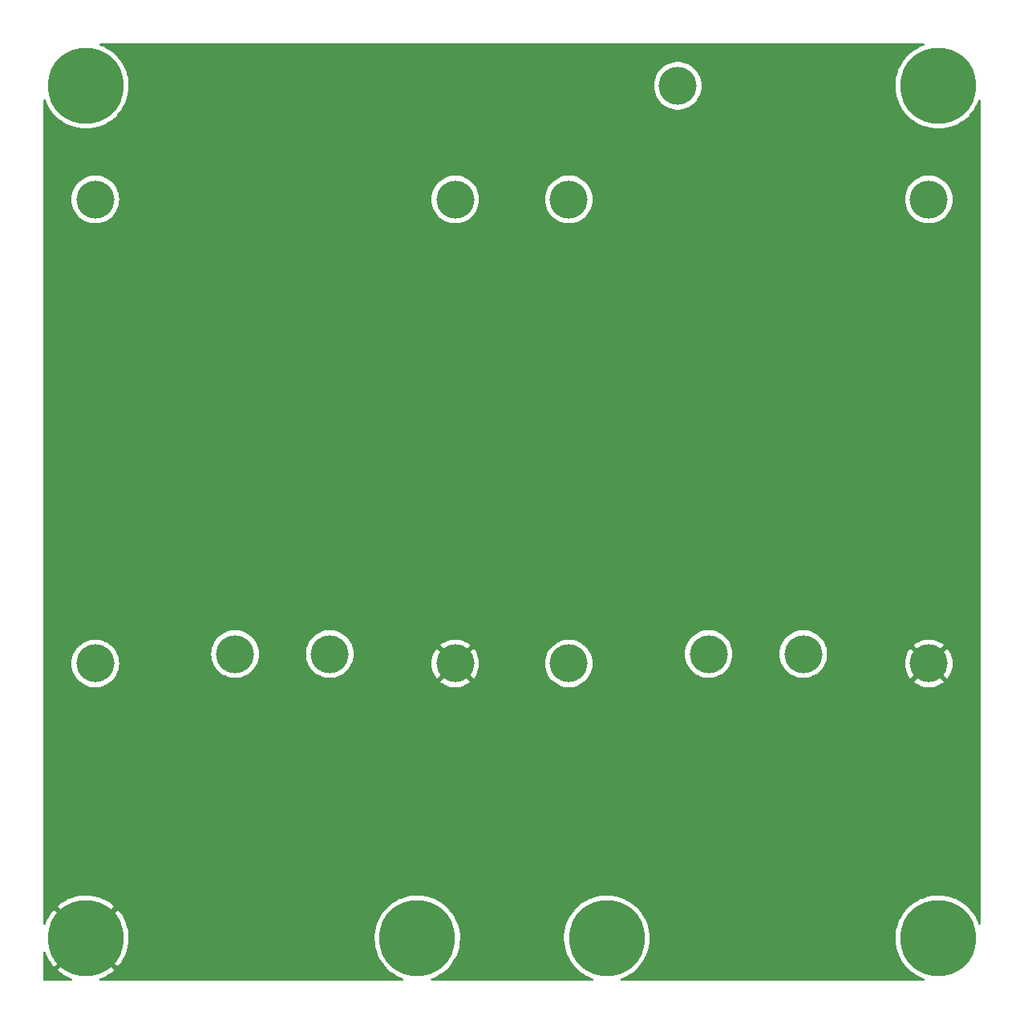
<source format=gbr>
%TF.GenerationSoftware,KiCad,Pcbnew,(6.0.7)*%
%TF.CreationDate,2022-10-27T22:38:12-07:00*%
%TF.ProjectId,3s25ABMS,33733235-4142-44d5-932e-6b696361645f,1.0*%
%TF.SameCoordinates,Original*%
%TF.FileFunction,Copper,L2,Inr*%
%TF.FilePolarity,Positive*%
%FSLAX46Y46*%
G04 Gerber Fmt 4.6, Leading zero omitted, Abs format (unit mm)*
G04 Created by KiCad (PCBNEW (6.0.7)) date 2022-10-27 22:38:12*
%MOMM*%
%LPD*%
G01*
G04 APERTURE LIST*
%TA.AperFunction,ComponentPad*%
%ADD10C,4.000000*%
%TD*%
%TA.AperFunction,ComponentPad*%
%ADD11C,0.900000*%
%TD*%
%TA.AperFunction,ComponentPad*%
%ADD12C,8.000000*%
%TD*%
%TA.AperFunction,ViaPad*%
%ADD13C,4.000000*%
%TD*%
G04 APERTURE END LIST*
D10*
%TO.N,Net-(H6-Pad1)*%
%TO.C,U2*%
X120750000Y-115000000D03*
%TO.N,Net-(F4-Pad1)*%
X130750000Y-115000000D03*
%TO.N,B2*%
X144000000Y-67000000D03*
%TO.N,B-*%
X106000000Y-67000000D03*
%TO.N,B1*%
X106000000Y-116000000D03*
%TO.N,B+*%
X144000000Y-116000000D03*
%TD*%
D11*
%TO.N,B+*%
%TO.C,H1*%
X58000000Y-145000000D03*
X52000000Y-145000000D03*
X57121320Y-142878680D03*
D12*
X55000000Y-145000000D03*
D11*
X55000000Y-142000000D03*
X52878680Y-142878680D03*
X55000000Y-148000000D03*
X57121320Y-147121320D03*
X52878680Y-147121320D03*
%TD*%
%TO.N,Net-(F2-Pad2)*%
%TO.C,H2*%
X57121320Y-52878680D03*
X55000000Y-52000000D03*
X52878680Y-57121320D03*
X58000000Y-55000000D03*
X52000000Y-55000000D03*
X57121320Y-57121320D03*
X55000000Y-58000000D03*
D12*
X55000000Y-55000000D03*
D11*
X52878680Y-52878680D03*
%TD*%
D12*
%TO.N,Net-(F3-Pad2)*%
%TO.C,H5*%
X110000000Y-145000000D03*
D11*
X107878680Y-142878680D03*
X107000000Y-145000000D03*
X113000000Y-145000000D03*
X110000000Y-148000000D03*
X107878680Y-147121320D03*
X112121320Y-142878680D03*
X110000000Y-142000000D03*
X112121320Y-147121320D03*
%TD*%
%TO.N,Net-(H6-Pad1)*%
%TO.C,H6*%
X87878680Y-142878680D03*
D12*
X90000000Y-145000000D03*
D11*
X90000000Y-148000000D03*
X92121320Y-142878680D03*
X90000000Y-142000000D03*
X87878680Y-147121320D03*
X93000000Y-145000000D03*
X87000000Y-145000000D03*
X92121320Y-147121320D03*
%TD*%
%TO.N,B-*%
%TO.C,H4*%
X142878680Y-142878680D03*
D12*
X145000000Y-145000000D03*
D11*
X145000000Y-142000000D03*
X147121320Y-147121320D03*
X147121320Y-142878680D03*
X145000000Y-148000000D03*
X142000000Y-145000000D03*
X148000000Y-145000000D03*
X142878680Y-147121320D03*
%TD*%
%TO.N,Net-(F1-Pad2)*%
%TO.C,H3*%
X145000000Y-58000000D03*
X147121320Y-52878680D03*
X142878680Y-57121320D03*
X142000000Y-55000000D03*
D12*
X145000000Y-55000000D03*
D11*
X147121320Y-57121320D03*
X145000000Y-52000000D03*
X142878680Y-52878680D03*
X148000000Y-55000000D03*
%TD*%
D10*
%TO.N,B+*%
%TO.C,U1*%
X94000000Y-116000000D03*
%TO.N,B1*%
X56000000Y-116000000D03*
%TO.N,B-*%
X56000000Y-67000000D03*
%TO.N,B2*%
X94000000Y-67000000D03*
%TO.N,Net-(F3-Pad1)*%
X80750000Y-115000000D03*
%TO.N,Net-(H6-Pad1)*%
X70750000Y-115000000D03*
%TD*%
D13*
%TO.N,B1*%
X117500000Y-55000000D03*
%TD*%
%TA.AperFunction,Conductor*%
%TO.N,B+*%
G36*
X143502653Y-50528502D02*
G01*
X143549146Y-50582158D01*
X143559250Y-50652432D01*
X143529756Y-50717012D01*
X143481325Y-50751489D01*
X143135529Y-50889797D01*
X143132982Y-50891095D01*
X142773227Y-51074399D01*
X142773222Y-51074402D01*
X142770684Y-51075695D01*
X142424189Y-51293894D01*
X142098896Y-51542599D01*
X141797483Y-51819763D01*
X141522430Y-52123104D01*
X141276002Y-52450125D01*
X141060227Y-52798135D01*
X141058947Y-52800691D01*
X141058942Y-52800700D01*
X140949635Y-53018982D01*
X140876881Y-53164269D01*
X140875840Y-53166925D01*
X140875837Y-53166932D01*
X140785561Y-53397290D01*
X140727473Y-53545513D01*
X140726681Y-53548240D01*
X140726677Y-53548251D01*
X140656715Y-53789063D01*
X140613233Y-53938729D01*
X140535101Y-54340681D01*
X140493721Y-54748060D01*
X140489433Y-55157512D01*
X140489662Y-55160357D01*
X140489662Y-55160360D01*
X140517465Y-55505910D01*
X140522273Y-55565668D01*
X140591969Y-55969168D01*
X140697949Y-56364691D01*
X140698934Y-56367368D01*
X140828892Y-56720582D01*
X140839340Y-56748980D01*
X141014979Y-57118874D01*
X141016937Y-57122184D01*
X141193473Y-57420691D01*
X141223418Y-57471326D01*
X141462944Y-57803436D01*
X141731584Y-58112471D01*
X142027126Y-58395886D01*
X142029344Y-58397656D01*
X142029349Y-58397661D01*
X142187132Y-58523617D01*
X142347139Y-58651349D01*
X142349520Y-58652919D01*
X142639482Y-58844113D01*
X142688989Y-58876757D01*
X142691519Y-58878113D01*
X142691518Y-58878113D01*
X142998340Y-59042630D01*
X143049860Y-59070255D01*
X143426784Y-59230250D01*
X143429522Y-59231129D01*
X143813931Y-59354549D01*
X143813935Y-59354550D01*
X143816657Y-59355424D01*
X143819447Y-59356048D01*
X143819452Y-59356049D01*
X144213477Y-59444125D01*
X144213488Y-59444127D01*
X144216271Y-59444749D01*
X144622335Y-59497487D01*
X145031509Y-59513206D01*
X145034371Y-59513056D01*
X145034372Y-59513056D01*
X145437566Y-59491926D01*
X145437573Y-59491925D01*
X145440422Y-59491776D01*
X145443245Y-59491369D01*
X145443247Y-59491369D01*
X145842889Y-59433780D01*
X145842896Y-59433779D01*
X145845711Y-59433373D01*
X146244038Y-59338478D01*
X146246736Y-59337570D01*
X146246743Y-59337568D01*
X146629414Y-59208785D01*
X146629420Y-59208783D01*
X146632126Y-59207872D01*
X147006779Y-59042630D01*
X147364914Y-58844113D01*
X147703583Y-58613954D01*
X148019998Y-58354047D01*
X148022036Y-58352038D01*
X148022043Y-58352031D01*
X148267161Y-58110311D01*
X148311555Y-58066533D01*
X148317261Y-58059781D01*
X148574008Y-57755963D01*
X148574013Y-57755957D01*
X148575854Y-57753778D01*
X148747600Y-57508500D01*
X148809084Y-57420691D01*
X148810719Y-57418356D01*
X149014217Y-57063027D01*
X149015401Y-57060441D01*
X149183485Y-56693316D01*
X149183488Y-56693307D01*
X149184674Y-56690718D01*
X149246654Y-56514715D01*
X149288147Y-56457106D01*
X149354199Y-56431075D01*
X149423840Y-56444887D01*
X149474957Y-56494156D01*
X149491500Y-56556567D01*
X149491500Y-143438959D01*
X149471498Y-143507080D01*
X149417842Y-143553573D01*
X149347568Y-143563677D01*
X149282988Y-143534183D01*
X149245804Y-143478313D01*
X149220064Y-143400025D01*
X149220058Y-143400010D01*
X149219164Y-143397290D01*
X149056542Y-143021492D01*
X148933436Y-142795701D01*
X148861899Y-142664492D01*
X148861895Y-142664485D01*
X148860529Y-142661980D01*
X148780190Y-142541971D01*
X148634332Y-142324090D01*
X148634324Y-142324079D01*
X148632740Y-142321713D01*
X148375049Y-142003491D01*
X148370979Y-141999305D01*
X148091567Y-141711980D01*
X148091563Y-141711976D01*
X148089577Y-141709934D01*
X148087419Y-141708084D01*
X148087409Y-141708075D01*
X147780849Y-141445321D01*
X147780844Y-141445317D01*
X147778675Y-141443458D01*
X147776344Y-141441801D01*
X147776337Y-141441796D01*
X147570663Y-141295632D01*
X147444900Y-141206257D01*
X147267950Y-141103270D01*
X147093474Y-141001722D01*
X147093469Y-141001719D01*
X147091001Y-141000283D01*
X146856846Y-140891095D01*
X146722487Y-140828442D01*
X146722477Y-140828438D01*
X146719891Y-140827232D01*
X146717194Y-140826261D01*
X146337314Y-140689495D01*
X146337305Y-140689492D01*
X146334624Y-140688527D01*
X146072247Y-140620183D01*
X145941140Y-140586032D01*
X145941134Y-140586031D01*
X145938371Y-140585311D01*
X145534395Y-140518433D01*
X145531552Y-140518224D01*
X145531550Y-140518224D01*
X145128865Y-140488653D01*
X145126019Y-140488444D01*
X144956043Y-140491411D01*
X144719458Y-140495540D01*
X144719453Y-140495540D01*
X144716607Y-140495590D01*
X144713774Y-140495898D01*
X144713770Y-140495898D01*
X144384896Y-140531625D01*
X144309527Y-140539813D01*
X143908130Y-140620749D01*
X143905402Y-140621562D01*
X143905391Y-140621565D01*
X143675922Y-140689973D01*
X143515721Y-140737731D01*
X143513060Y-140738795D01*
X143513058Y-140738796D01*
X143288927Y-140828442D01*
X143135529Y-140889797D01*
X143132982Y-140891095D01*
X142773227Y-141074399D01*
X142773222Y-141074402D01*
X142770684Y-141075695D01*
X142768265Y-141077218D01*
X142768262Y-141077220D01*
X142597437Y-141184794D01*
X142424189Y-141293894D01*
X142098896Y-141542599D01*
X141797483Y-141819763D01*
X141522430Y-142123104D01*
X141276002Y-142450125D01*
X141060227Y-142798135D01*
X141058947Y-142800691D01*
X141058942Y-142800700D01*
X141058819Y-142800946D01*
X140876881Y-143164269D01*
X140875840Y-143166925D01*
X140875837Y-143166932D01*
X140746346Y-143497355D01*
X140727473Y-143545513D01*
X140726681Y-143548240D01*
X140726677Y-143548251D01*
X140656715Y-143789063D01*
X140613233Y-143938729D01*
X140535101Y-144340681D01*
X140493721Y-144748060D01*
X140489433Y-145157512D01*
X140489662Y-145160357D01*
X140489662Y-145160360D01*
X140517465Y-145505910D01*
X140522273Y-145565668D01*
X140591969Y-145969168D01*
X140697949Y-146364691D01*
X140698934Y-146367368D01*
X140817835Y-146690530D01*
X140839340Y-146748980D01*
X140840565Y-146751560D01*
X140840568Y-146751567D01*
X140845575Y-146762111D01*
X141014979Y-147118874D01*
X141016426Y-147121320D01*
X141193473Y-147420691D01*
X141223418Y-147471326D01*
X141225080Y-147473630D01*
X141225081Y-147473632D01*
X141461052Y-147800812D01*
X141462944Y-147803436D01*
X141731584Y-148112471D01*
X142027126Y-148395886D01*
X142029344Y-148397656D01*
X142029349Y-148397661D01*
X142187133Y-148523618D01*
X142347139Y-148651349D01*
X142349520Y-148652919D01*
X142640941Y-148845075D01*
X142688989Y-148876757D01*
X142691519Y-148878113D01*
X142691518Y-148878113D01*
X143046483Y-149068444D01*
X143049860Y-149070255D01*
X143426784Y-149230250D01*
X143429512Y-149231126D01*
X143429515Y-149231127D01*
X143445980Y-149236413D01*
X143474384Y-149245533D01*
X143533128Y-149285400D01*
X143560993Y-149350700D01*
X143549131Y-149420699D01*
X143501307Y-149473172D01*
X143435865Y-149491500D01*
X111558779Y-149491500D01*
X111490658Y-149471498D01*
X111444165Y-149417842D01*
X111434061Y-149347568D01*
X111463555Y-149282988D01*
X111518590Y-149246081D01*
X111520222Y-149245532D01*
X111570332Y-149228668D01*
X111629414Y-149208785D01*
X111629420Y-149208783D01*
X111632126Y-149207872D01*
X112006779Y-149042630D01*
X112364914Y-148844113D01*
X112703583Y-148613954D01*
X112992616Y-148376539D01*
X113017779Y-148355870D01*
X113017783Y-148355867D01*
X113019998Y-148354047D01*
X113022036Y-148352038D01*
X113022043Y-148352031D01*
X113267161Y-148110311D01*
X113311555Y-148066533D01*
X113368777Y-147998820D01*
X113574008Y-147755963D01*
X113574013Y-147755957D01*
X113575854Y-147753778D01*
X113810719Y-147418356D01*
X114014217Y-147063027D01*
X114156909Y-146751362D01*
X114183485Y-146693316D01*
X114183488Y-146693307D01*
X114184674Y-146690718D01*
X114320685Y-146304492D01*
X114321424Y-146301573D01*
X114420430Y-145910307D01*
X114420431Y-145910303D01*
X114421133Y-145907528D01*
X114485189Y-145503095D01*
X114512326Y-145094520D01*
X114513316Y-145000000D01*
X114494741Y-144590947D01*
X114439169Y-144185260D01*
X114347057Y-143786280D01*
X114341460Y-143769255D01*
X114220057Y-143400005D01*
X114220054Y-143399998D01*
X114219164Y-143397290D01*
X114056542Y-143021492D01*
X113933436Y-142795701D01*
X113861899Y-142664492D01*
X113861895Y-142664485D01*
X113860529Y-142661980D01*
X113780190Y-142541971D01*
X113634332Y-142324090D01*
X113634324Y-142324079D01*
X113632740Y-142321713D01*
X113375049Y-142003491D01*
X113370979Y-141999305D01*
X113091567Y-141711980D01*
X113091563Y-141711976D01*
X113089577Y-141709934D01*
X113087419Y-141708084D01*
X113087409Y-141708075D01*
X112780849Y-141445321D01*
X112780844Y-141445317D01*
X112778675Y-141443458D01*
X112776344Y-141441801D01*
X112776337Y-141441796D01*
X112570663Y-141295632D01*
X112444900Y-141206257D01*
X112267950Y-141103270D01*
X112093474Y-141001722D01*
X112093469Y-141001719D01*
X112091001Y-141000283D01*
X111856846Y-140891095D01*
X111722487Y-140828442D01*
X111722477Y-140828438D01*
X111719891Y-140827232D01*
X111717194Y-140826261D01*
X111337314Y-140689495D01*
X111337305Y-140689492D01*
X111334624Y-140688527D01*
X111072247Y-140620183D01*
X110941140Y-140586032D01*
X110941134Y-140586031D01*
X110938371Y-140585311D01*
X110534395Y-140518433D01*
X110531552Y-140518224D01*
X110531550Y-140518224D01*
X110128865Y-140488653D01*
X110126019Y-140488444D01*
X109956043Y-140491411D01*
X109719458Y-140495540D01*
X109719453Y-140495540D01*
X109716607Y-140495590D01*
X109713774Y-140495898D01*
X109713770Y-140495898D01*
X109384896Y-140531625D01*
X109309527Y-140539813D01*
X108908130Y-140620749D01*
X108905402Y-140621562D01*
X108905391Y-140621565D01*
X108675922Y-140689973D01*
X108515721Y-140737731D01*
X108513060Y-140738795D01*
X108513058Y-140738796D01*
X108288927Y-140828442D01*
X108135529Y-140889797D01*
X108132982Y-140891095D01*
X107773227Y-141074399D01*
X107773222Y-141074402D01*
X107770684Y-141075695D01*
X107768265Y-141077218D01*
X107768262Y-141077220D01*
X107597437Y-141184794D01*
X107424189Y-141293894D01*
X107098896Y-141542599D01*
X106797483Y-141819763D01*
X106522430Y-142123104D01*
X106276002Y-142450125D01*
X106060227Y-142798135D01*
X106058947Y-142800691D01*
X106058942Y-142800700D01*
X106058819Y-142800946D01*
X105876881Y-143164269D01*
X105875840Y-143166925D01*
X105875837Y-143166932D01*
X105746346Y-143497355D01*
X105727473Y-143545513D01*
X105726681Y-143548240D01*
X105726677Y-143548251D01*
X105656715Y-143789063D01*
X105613233Y-143938729D01*
X105535101Y-144340681D01*
X105493721Y-144748060D01*
X105489433Y-145157512D01*
X105489662Y-145160357D01*
X105489662Y-145160360D01*
X105517465Y-145505910D01*
X105522273Y-145565668D01*
X105591969Y-145969168D01*
X105697949Y-146364691D01*
X105698934Y-146367368D01*
X105817835Y-146690530D01*
X105839340Y-146748980D01*
X105840565Y-146751560D01*
X105840568Y-146751567D01*
X105845575Y-146762111D01*
X106014979Y-147118874D01*
X106016426Y-147121320D01*
X106193473Y-147420691D01*
X106223418Y-147471326D01*
X106225080Y-147473630D01*
X106225081Y-147473632D01*
X106461052Y-147800812D01*
X106462944Y-147803436D01*
X106731584Y-148112471D01*
X107027126Y-148395886D01*
X107029344Y-148397656D01*
X107029349Y-148397661D01*
X107187133Y-148523618D01*
X107347139Y-148651349D01*
X107349520Y-148652919D01*
X107640941Y-148845075D01*
X107688989Y-148876757D01*
X107691519Y-148878113D01*
X107691518Y-148878113D01*
X108046483Y-149068444D01*
X108049860Y-149070255D01*
X108426784Y-149230250D01*
X108429512Y-149231126D01*
X108429515Y-149231127D01*
X108445980Y-149236413D01*
X108474384Y-149245533D01*
X108533128Y-149285400D01*
X108560993Y-149350700D01*
X108549131Y-149420699D01*
X108501307Y-149473172D01*
X108435865Y-149491500D01*
X91558779Y-149491500D01*
X91490658Y-149471498D01*
X91444165Y-149417842D01*
X91434061Y-149347568D01*
X91463555Y-149282988D01*
X91518590Y-149246081D01*
X91520222Y-149245532D01*
X91570332Y-149228668D01*
X91629414Y-149208785D01*
X91629420Y-149208783D01*
X91632126Y-149207872D01*
X92006779Y-149042630D01*
X92364914Y-148844113D01*
X92703583Y-148613954D01*
X92992616Y-148376539D01*
X93017779Y-148355870D01*
X93017783Y-148355867D01*
X93019998Y-148354047D01*
X93022036Y-148352038D01*
X93022043Y-148352031D01*
X93267161Y-148110311D01*
X93311555Y-148066533D01*
X93368777Y-147998820D01*
X93574008Y-147755963D01*
X93574013Y-147755957D01*
X93575854Y-147753778D01*
X93810719Y-147418356D01*
X94014217Y-147063027D01*
X94156909Y-146751362D01*
X94183485Y-146693316D01*
X94183488Y-146693307D01*
X94184674Y-146690718D01*
X94320685Y-146304492D01*
X94321424Y-146301573D01*
X94420430Y-145910307D01*
X94420431Y-145910303D01*
X94421133Y-145907528D01*
X94485189Y-145503095D01*
X94512326Y-145094520D01*
X94513316Y-145000000D01*
X94494741Y-144590947D01*
X94439169Y-144185260D01*
X94347057Y-143786280D01*
X94341460Y-143769255D01*
X94220057Y-143400005D01*
X94220054Y-143399998D01*
X94219164Y-143397290D01*
X94056542Y-143021492D01*
X93933436Y-142795701D01*
X93861899Y-142664492D01*
X93861895Y-142664485D01*
X93860529Y-142661980D01*
X93780190Y-142541971D01*
X93634332Y-142324090D01*
X93634324Y-142324079D01*
X93632740Y-142321713D01*
X93375049Y-142003491D01*
X93370979Y-141999305D01*
X93091567Y-141711980D01*
X93091563Y-141711976D01*
X93089577Y-141709934D01*
X93087419Y-141708084D01*
X93087409Y-141708075D01*
X92780849Y-141445321D01*
X92780844Y-141445317D01*
X92778675Y-141443458D01*
X92776344Y-141441801D01*
X92776337Y-141441796D01*
X92570663Y-141295632D01*
X92444900Y-141206257D01*
X92267950Y-141103270D01*
X92093474Y-141001722D01*
X92093469Y-141001719D01*
X92091001Y-141000283D01*
X91856846Y-140891095D01*
X91722487Y-140828442D01*
X91722477Y-140828438D01*
X91719891Y-140827232D01*
X91717194Y-140826261D01*
X91337314Y-140689495D01*
X91337305Y-140689492D01*
X91334624Y-140688527D01*
X91072247Y-140620183D01*
X90941140Y-140586032D01*
X90941134Y-140586031D01*
X90938371Y-140585311D01*
X90534395Y-140518433D01*
X90531552Y-140518224D01*
X90531550Y-140518224D01*
X90128865Y-140488653D01*
X90126019Y-140488444D01*
X89956043Y-140491411D01*
X89719458Y-140495540D01*
X89719453Y-140495540D01*
X89716607Y-140495590D01*
X89713774Y-140495898D01*
X89713770Y-140495898D01*
X89384896Y-140531625D01*
X89309527Y-140539813D01*
X88908130Y-140620749D01*
X88905402Y-140621562D01*
X88905391Y-140621565D01*
X88675922Y-140689973D01*
X88515721Y-140737731D01*
X88513060Y-140738795D01*
X88513058Y-140738796D01*
X88288927Y-140828442D01*
X88135529Y-140889797D01*
X88132982Y-140891095D01*
X87773227Y-141074399D01*
X87773222Y-141074402D01*
X87770684Y-141075695D01*
X87768265Y-141077218D01*
X87768262Y-141077220D01*
X87597437Y-141184794D01*
X87424189Y-141293894D01*
X87098896Y-141542599D01*
X86797483Y-141819763D01*
X86522430Y-142123104D01*
X86276002Y-142450125D01*
X86060227Y-142798135D01*
X86058947Y-142800691D01*
X86058942Y-142800700D01*
X86058819Y-142800946D01*
X85876881Y-143164269D01*
X85875840Y-143166925D01*
X85875837Y-143166932D01*
X85746346Y-143497355D01*
X85727473Y-143545513D01*
X85726681Y-143548240D01*
X85726677Y-143548251D01*
X85656715Y-143789063D01*
X85613233Y-143938729D01*
X85535101Y-144340681D01*
X85493721Y-144748060D01*
X85489433Y-145157512D01*
X85489662Y-145160357D01*
X85489662Y-145160360D01*
X85517465Y-145505910D01*
X85522273Y-145565668D01*
X85591969Y-145969168D01*
X85697949Y-146364691D01*
X85698934Y-146367368D01*
X85817835Y-146690530D01*
X85839340Y-146748980D01*
X85840565Y-146751560D01*
X85840568Y-146751567D01*
X85845575Y-146762111D01*
X86014979Y-147118874D01*
X86016426Y-147121320D01*
X86193473Y-147420691D01*
X86223418Y-147471326D01*
X86225080Y-147473630D01*
X86225081Y-147473632D01*
X86461052Y-147800812D01*
X86462944Y-147803436D01*
X86731584Y-148112471D01*
X87027126Y-148395886D01*
X87029344Y-148397656D01*
X87029349Y-148397661D01*
X87187133Y-148523618D01*
X87347139Y-148651349D01*
X87349520Y-148652919D01*
X87640941Y-148845075D01*
X87688989Y-148876757D01*
X87691519Y-148878113D01*
X87691518Y-148878113D01*
X88046483Y-149068444D01*
X88049860Y-149070255D01*
X88426784Y-149230250D01*
X88429512Y-149231126D01*
X88429515Y-149231127D01*
X88445980Y-149236413D01*
X88474384Y-149245533D01*
X88533128Y-149285400D01*
X88560993Y-149350700D01*
X88549131Y-149420699D01*
X88501307Y-149473172D01*
X88435865Y-149491500D01*
X56557210Y-149491500D01*
X56489089Y-149471498D01*
X56442596Y-149417842D01*
X56432492Y-149347568D01*
X56461986Y-149282988D01*
X56517021Y-149246081D01*
X56629233Y-149208318D01*
X56634563Y-149206250D01*
X57003946Y-149043332D01*
X57009053Y-149040797D01*
X57362145Y-148845075D01*
X57367024Y-148842074D01*
X57700898Y-148615174D01*
X57705511Y-148611723D01*
X57991829Y-148376539D01*
X58000290Y-148364106D01*
X57994040Y-148353250D01*
X57647408Y-148006618D01*
X56762111Y-147121320D01*
X56236023Y-146595233D01*
X55012812Y-145372022D01*
X54998868Y-145364408D01*
X54997035Y-145364539D01*
X54990420Y-145368790D01*
X53763978Y-146595232D01*
X52878680Y-147480529D01*
X52352593Y-148006617D01*
X52007723Y-148351487D01*
X52000109Y-148365431D01*
X52000190Y-148366564D01*
X52005168Y-148374136D01*
X52025401Y-148393539D01*
X52029678Y-148397283D01*
X52345218Y-148649175D01*
X52349801Y-148652505D01*
X52686867Y-148874759D01*
X52691763Y-148877677D01*
X53047543Y-149068444D01*
X53052717Y-149070923D01*
X53424339Y-149228668D01*
X53429680Y-149230654D01*
X53476020Y-149245532D01*
X53534766Y-149285400D01*
X53562631Y-149350700D01*
X53550769Y-149420699D01*
X53502945Y-149473172D01*
X53437503Y-149491500D01*
X50634500Y-149491500D01*
X50566379Y-149471498D01*
X50519886Y-149417842D01*
X50508500Y-149365500D01*
X50508500Y-146555692D01*
X50528502Y-146487571D01*
X50582158Y-146441078D01*
X50652432Y-146430974D01*
X50717012Y-146460468D01*
X50752750Y-146512185D01*
X50838817Y-146746108D01*
X50841025Y-146751362D01*
X51014192Y-147116050D01*
X51016877Y-147121099D01*
X51222390Y-147468606D01*
X51225500Y-147473358D01*
X51461668Y-147800812D01*
X51465208Y-147805278D01*
X51625528Y-147989704D01*
X51638657Y-147998113D01*
X51648570Y-147992220D01*
X51993382Y-147647408D01*
X52878680Y-146762111D01*
X52950260Y-146690531D01*
X53404767Y-146236023D01*
X54627978Y-145012812D01*
X54634356Y-145001132D01*
X55364408Y-145001132D01*
X55364539Y-145002965D01*
X55368790Y-145009580D01*
X56595232Y-146236022D01*
X57049739Y-146690530D01*
X57121319Y-146762110D01*
X58006617Y-147647407D01*
X58350688Y-147991478D01*
X58364134Y-147998820D01*
X58373970Y-147991900D01*
X58573611Y-147755657D01*
X58577097Y-147751130D01*
X58808659Y-147420424D01*
X58811716Y-147415608D01*
X59012350Y-147065281D01*
X59014962Y-147060199D01*
X59183020Y-146693127D01*
X59185159Y-146687834D01*
X59319255Y-146307047D01*
X59320908Y-146301573D01*
X59419939Y-145910206D01*
X59421090Y-145904600D01*
X59484245Y-145505854D01*
X59484880Y-145500192D01*
X59511709Y-145096260D01*
X59511843Y-145092753D01*
X59512796Y-145001773D01*
X59512734Y-144998225D01*
X59494371Y-144593843D01*
X59493855Y-144588165D01*
X59439063Y-144188177D01*
X59438036Y-144182577D01*
X59347216Y-143789198D01*
X59345682Y-143783702D01*
X59219588Y-143400183D01*
X59217558Y-143394841D01*
X59057226Y-143024336D01*
X59054722Y-143019202D01*
X58861471Y-142664752D01*
X58858508Y-142659861D01*
X58633930Y-142324389D01*
X58630537Y-142319787D01*
X58376832Y-142006489D01*
X58363963Y-141999226D01*
X58362596Y-141999305D01*
X58355268Y-142003942D01*
X58006618Y-142352592D01*
X57121320Y-143237889D01*
X56595233Y-143763977D01*
X55372022Y-144987188D01*
X55364408Y-145001132D01*
X54634356Y-145001132D01*
X54635592Y-144998868D01*
X54635461Y-144997035D01*
X54631210Y-144990420D01*
X53404768Y-143763978D01*
X52519471Y-142878680D01*
X51993383Y-142352593D01*
X51650424Y-142009634D01*
X51636480Y-142002020D01*
X51636287Y-142002033D01*
X51627465Y-142008012D01*
X51524743Y-142121298D01*
X51521091Y-142125712D01*
X51278139Y-142448120D01*
X51274906Y-142452843D01*
X51062173Y-142795946D01*
X51059379Y-142800946D01*
X50878624Y-143161905D01*
X50876290Y-143167147D01*
X50751813Y-143484776D01*
X50708334Y-143540902D01*
X50641414Y-143564612D01*
X50572298Y-143548378D01*
X50522931Y-143497355D01*
X50508500Y-143438802D01*
X50508500Y-141638713D01*
X52001723Y-141638713D01*
X52001735Y-141639144D01*
X52007102Y-141647892D01*
X52352592Y-141993382D01*
X52809334Y-142450125D01*
X52878679Y-142519470D01*
X53763977Y-143404767D01*
X54987188Y-144627978D01*
X55001132Y-144635592D01*
X55002965Y-144635461D01*
X55009580Y-144631210D01*
X56236022Y-143404768D01*
X57121320Y-142519471D01*
X57190665Y-142450126D01*
X57647407Y-141993383D01*
X57990943Y-141649847D01*
X57998351Y-141636280D01*
X57991609Y-141626624D01*
X57780533Y-141445711D01*
X57776040Y-141442200D01*
X57446969Y-141208341D01*
X57442146Y-141205233D01*
X57093242Y-141002166D01*
X57088177Y-140999519D01*
X56722296Y-140828905D01*
X56717003Y-140826724D01*
X56337166Y-140689973D01*
X56331706Y-140688284D01*
X55941036Y-140586522D01*
X55935446Y-140585334D01*
X55537154Y-140519397D01*
X55531490Y-140518721D01*
X55128851Y-140489153D01*
X55123150Y-140488994D01*
X54719489Y-140496040D01*
X54713801Y-140496398D01*
X54312457Y-140539998D01*
X54306787Y-140540876D01*
X53911058Y-140620669D01*
X53905512Y-140622051D01*
X53518627Y-140737387D01*
X53513223Y-140739269D01*
X53138396Y-140889189D01*
X53133189Y-140891551D01*
X52773475Y-141074834D01*
X52768510Y-141077655D01*
X52426897Y-141292781D01*
X52422202Y-141296044D01*
X52101494Y-141541243D01*
X52097114Y-141544917D01*
X52009910Y-141625106D01*
X52001723Y-141638713D01*
X50508500Y-141638713D01*
X50508500Y-116000000D01*
X53486540Y-116000000D01*
X53506359Y-116315020D01*
X53565505Y-116625072D01*
X53663044Y-116925266D01*
X53664731Y-116928852D01*
X53664733Y-116928856D01*
X53795750Y-117207283D01*
X53795754Y-117207290D01*
X53797438Y-117210869D01*
X53966568Y-117477375D01*
X54167767Y-117720582D01*
X54397860Y-117936654D01*
X54653221Y-118122184D01*
X54656690Y-118124091D01*
X54656693Y-118124093D01*
X54926352Y-118272340D01*
X54929821Y-118274247D01*
X54933490Y-118275700D01*
X54933495Y-118275702D01*
X55218411Y-118388508D01*
X55223298Y-118390443D01*
X55529025Y-118468940D01*
X55842179Y-118508500D01*
X56157821Y-118508500D01*
X56470975Y-118468940D01*
X56776702Y-118390443D01*
X56781589Y-118388508D01*
X57066505Y-118275702D01*
X57066510Y-118275700D01*
X57070179Y-118274247D01*
X57073648Y-118272340D01*
X57343307Y-118124093D01*
X57343310Y-118124091D01*
X57346779Y-118122184D01*
X57589294Y-117945987D01*
X92418721Y-117945987D01*
X92427548Y-117957605D01*
X92650281Y-118119430D01*
X92656961Y-118123670D01*
X92926572Y-118271890D01*
X92933707Y-118275247D01*
X93219770Y-118388508D01*
X93227296Y-118390953D01*
X93525279Y-118467462D01*
X93533050Y-118468945D01*
X93838278Y-118507503D01*
X93846169Y-118508000D01*
X94153831Y-118508000D01*
X94161722Y-118507503D01*
X94466950Y-118468945D01*
X94474721Y-118467462D01*
X94772704Y-118390953D01*
X94780230Y-118388508D01*
X95066293Y-118275247D01*
X95073428Y-118271890D01*
X95343039Y-118123670D01*
X95349719Y-118119430D01*
X95572823Y-117957336D01*
X95581246Y-117946413D01*
X95574342Y-117933552D01*
X94012812Y-116372022D01*
X93998868Y-116364408D01*
X93997035Y-116364539D01*
X93990420Y-116368790D01*
X92425334Y-117933876D01*
X92418721Y-117945987D01*
X57589294Y-117945987D01*
X57602140Y-117936654D01*
X57832233Y-117720582D01*
X58033432Y-117477375D01*
X58202562Y-117210869D01*
X58204246Y-117207290D01*
X58204250Y-117207283D01*
X58335267Y-116928856D01*
X58335269Y-116928852D01*
X58336956Y-116925266D01*
X58434495Y-116625072D01*
X58493641Y-116315020D01*
X58513460Y-116000000D01*
X58493641Y-115684980D01*
X58434495Y-115374928D01*
X58336956Y-115074734D01*
X58335267Y-115071144D01*
X58301789Y-115000000D01*
X68236540Y-115000000D01*
X68256359Y-115315020D01*
X68315505Y-115625072D01*
X68413044Y-115925266D01*
X68414731Y-115928852D01*
X68414733Y-115928856D01*
X68545750Y-116207283D01*
X68545754Y-116207290D01*
X68547438Y-116210869D01*
X68716568Y-116477375D01*
X68917767Y-116720582D01*
X69147860Y-116936654D01*
X69403221Y-117122184D01*
X69406690Y-117124091D01*
X69406693Y-117124093D01*
X69676352Y-117272340D01*
X69679821Y-117274247D01*
X69683490Y-117275700D01*
X69683495Y-117275702D01*
X69969628Y-117388990D01*
X69973298Y-117390443D01*
X70279025Y-117468940D01*
X70592179Y-117508500D01*
X70907821Y-117508500D01*
X71220975Y-117468940D01*
X71526702Y-117390443D01*
X71530372Y-117388990D01*
X71816505Y-117275702D01*
X71816510Y-117275700D01*
X71820179Y-117274247D01*
X71823648Y-117272340D01*
X72093307Y-117124093D01*
X72093310Y-117124091D01*
X72096779Y-117122184D01*
X72352140Y-116936654D01*
X72582233Y-116720582D01*
X72783432Y-116477375D01*
X72952562Y-116210869D01*
X72954246Y-116207290D01*
X72954250Y-116207283D01*
X73085267Y-115928856D01*
X73085269Y-115928852D01*
X73086956Y-115925266D01*
X73184495Y-115625072D01*
X73243641Y-115315020D01*
X73263460Y-115000000D01*
X78236540Y-115000000D01*
X78256359Y-115315020D01*
X78315505Y-115625072D01*
X78413044Y-115925266D01*
X78414731Y-115928852D01*
X78414733Y-115928856D01*
X78545750Y-116207283D01*
X78545754Y-116207290D01*
X78547438Y-116210869D01*
X78716568Y-116477375D01*
X78917767Y-116720582D01*
X79147860Y-116936654D01*
X79403221Y-117122184D01*
X79406690Y-117124091D01*
X79406693Y-117124093D01*
X79676352Y-117272340D01*
X79679821Y-117274247D01*
X79683490Y-117275700D01*
X79683495Y-117275702D01*
X79969628Y-117388990D01*
X79973298Y-117390443D01*
X80279025Y-117468940D01*
X80592179Y-117508500D01*
X80907821Y-117508500D01*
X81220975Y-117468940D01*
X81526702Y-117390443D01*
X81530372Y-117388990D01*
X81816505Y-117275702D01*
X81816510Y-117275700D01*
X81820179Y-117274247D01*
X81823648Y-117272340D01*
X82093307Y-117124093D01*
X82093310Y-117124091D01*
X82096779Y-117122184D01*
X82352140Y-116936654D01*
X82582233Y-116720582D01*
X82783432Y-116477375D01*
X82952562Y-116210869D01*
X82954246Y-116207290D01*
X82954250Y-116207283D01*
X83049927Y-116003958D01*
X91487290Y-116003958D01*
X91506607Y-116310994D01*
X91507600Y-116318855D01*
X91565246Y-116621046D01*
X91567217Y-116628723D01*
X91662284Y-116921309D01*
X91665199Y-116928672D01*
X91796189Y-117207041D01*
X91800001Y-117213974D01*
X91964851Y-117473736D01*
X91969495Y-117480129D01*
X92044497Y-117570790D01*
X92057014Y-117579245D01*
X92067752Y-117573038D01*
X93627978Y-116012812D01*
X93634356Y-116001132D01*
X94364408Y-116001132D01*
X94364539Y-116002965D01*
X94368790Y-116009580D01*
X95931145Y-117571935D01*
X95944407Y-117579177D01*
X95954512Y-117571988D01*
X96030505Y-117480129D01*
X96035149Y-117473736D01*
X96199999Y-117213974D01*
X96203811Y-117207041D01*
X96334801Y-116928672D01*
X96337716Y-116921309D01*
X96432783Y-116628723D01*
X96434754Y-116621046D01*
X96492400Y-116318855D01*
X96493393Y-116310994D01*
X96512710Y-116003958D01*
X96512710Y-116000000D01*
X103486540Y-116000000D01*
X103506359Y-116315020D01*
X103565505Y-116625072D01*
X103663044Y-116925266D01*
X103664731Y-116928852D01*
X103664733Y-116928856D01*
X103795750Y-117207283D01*
X103795754Y-117207290D01*
X103797438Y-117210869D01*
X103966568Y-117477375D01*
X104167767Y-117720582D01*
X104397860Y-117936654D01*
X104653221Y-118122184D01*
X104656690Y-118124091D01*
X104656693Y-118124093D01*
X104926352Y-118272340D01*
X104929821Y-118274247D01*
X104933490Y-118275700D01*
X104933495Y-118275702D01*
X105218411Y-118388508D01*
X105223298Y-118390443D01*
X105529025Y-118468940D01*
X105842179Y-118508500D01*
X106157821Y-118508500D01*
X106470975Y-118468940D01*
X106776702Y-118390443D01*
X106781589Y-118388508D01*
X107066505Y-118275702D01*
X107066510Y-118275700D01*
X107070179Y-118274247D01*
X107073648Y-118272340D01*
X107343307Y-118124093D01*
X107343310Y-118124091D01*
X107346779Y-118122184D01*
X107589294Y-117945987D01*
X142418721Y-117945987D01*
X142427548Y-117957605D01*
X142650281Y-118119430D01*
X142656961Y-118123670D01*
X142926572Y-118271890D01*
X142933707Y-118275247D01*
X143219770Y-118388508D01*
X143227296Y-118390953D01*
X143525279Y-118467462D01*
X143533050Y-118468945D01*
X143838278Y-118507503D01*
X143846169Y-118508000D01*
X144153831Y-118508000D01*
X144161722Y-118507503D01*
X144466950Y-118468945D01*
X144474721Y-118467462D01*
X144772704Y-118390953D01*
X144780230Y-118388508D01*
X145066293Y-118275247D01*
X145073428Y-118271890D01*
X145343039Y-118123670D01*
X145349719Y-118119430D01*
X145572823Y-117957336D01*
X145581246Y-117946413D01*
X145574342Y-117933552D01*
X144012812Y-116372022D01*
X143998868Y-116364408D01*
X143997035Y-116364539D01*
X143990420Y-116368790D01*
X142425334Y-117933876D01*
X142418721Y-117945987D01*
X107589294Y-117945987D01*
X107602140Y-117936654D01*
X107832233Y-117720582D01*
X108033432Y-117477375D01*
X108202562Y-117210869D01*
X108204246Y-117207290D01*
X108204250Y-117207283D01*
X108335267Y-116928856D01*
X108335269Y-116928852D01*
X108336956Y-116925266D01*
X108434495Y-116625072D01*
X108493641Y-116315020D01*
X108513460Y-116000000D01*
X108493641Y-115684980D01*
X108434495Y-115374928D01*
X108336956Y-115074734D01*
X108335267Y-115071144D01*
X108301789Y-115000000D01*
X118236540Y-115000000D01*
X118256359Y-115315020D01*
X118315505Y-115625072D01*
X118413044Y-115925266D01*
X118414731Y-115928852D01*
X118414733Y-115928856D01*
X118545750Y-116207283D01*
X118545754Y-116207290D01*
X118547438Y-116210869D01*
X118716568Y-116477375D01*
X118917767Y-116720582D01*
X119147860Y-116936654D01*
X119403221Y-117122184D01*
X119406690Y-117124091D01*
X119406693Y-117124093D01*
X119676352Y-117272340D01*
X119679821Y-117274247D01*
X119683490Y-117275700D01*
X119683495Y-117275702D01*
X119969628Y-117388990D01*
X119973298Y-117390443D01*
X120279025Y-117468940D01*
X120592179Y-117508500D01*
X120907821Y-117508500D01*
X121220975Y-117468940D01*
X121526702Y-117390443D01*
X121530372Y-117388990D01*
X121816505Y-117275702D01*
X121816510Y-117275700D01*
X121820179Y-117274247D01*
X121823648Y-117272340D01*
X122093307Y-117124093D01*
X122093310Y-117124091D01*
X122096779Y-117122184D01*
X122352140Y-116936654D01*
X122582233Y-116720582D01*
X122783432Y-116477375D01*
X122952562Y-116210869D01*
X122954246Y-116207290D01*
X122954250Y-116207283D01*
X123085267Y-115928856D01*
X123085269Y-115928852D01*
X123086956Y-115925266D01*
X123184495Y-115625072D01*
X123243641Y-115315020D01*
X123263460Y-115000000D01*
X128236540Y-115000000D01*
X128256359Y-115315020D01*
X128315505Y-115625072D01*
X128413044Y-115925266D01*
X128414731Y-115928852D01*
X128414733Y-115928856D01*
X128545750Y-116207283D01*
X128545754Y-116207290D01*
X128547438Y-116210869D01*
X128716568Y-116477375D01*
X128917767Y-116720582D01*
X129147860Y-116936654D01*
X129403221Y-117122184D01*
X129406690Y-117124091D01*
X129406693Y-117124093D01*
X129676352Y-117272340D01*
X129679821Y-117274247D01*
X129683490Y-117275700D01*
X129683495Y-117275702D01*
X129969628Y-117388990D01*
X129973298Y-117390443D01*
X130279025Y-117468940D01*
X130592179Y-117508500D01*
X130907821Y-117508500D01*
X131220975Y-117468940D01*
X131526702Y-117390443D01*
X131530372Y-117388990D01*
X131816505Y-117275702D01*
X131816510Y-117275700D01*
X131820179Y-117274247D01*
X131823648Y-117272340D01*
X132093307Y-117124093D01*
X132093310Y-117124091D01*
X132096779Y-117122184D01*
X132352140Y-116936654D01*
X132582233Y-116720582D01*
X132783432Y-116477375D01*
X132952562Y-116210869D01*
X132954246Y-116207290D01*
X132954250Y-116207283D01*
X133049927Y-116003958D01*
X141487290Y-116003958D01*
X141506607Y-116310994D01*
X141507600Y-116318855D01*
X141565246Y-116621046D01*
X141567217Y-116628723D01*
X141662284Y-116921309D01*
X141665199Y-116928672D01*
X141796189Y-117207041D01*
X141800001Y-117213974D01*
X141964851Y-117473736D01*
X141969495Y-117480129D01*
X142044497Y-117570790D01*
X142057014Y-117579245D01*
X142067752Y-117573038D01*
X143627978Y-116012812D01*
X143634356Y-116001132D01*
X144364408Y-116001132D01*
X144364539Y-116002965D01*
X144368790Y-116009580D01*
X145931145Y-117571935D01*
X145944407Y-117579177D01*
X145954512Y-117571988D01*
X146030505Y-117480129D01*
X146035149Y-117473736D01*
X146199999Y-117213974D01*
X146203811Y-117207041D01*
X146334801Y-116928672D01*
X146337716Y-116921309D01*
X146432783Y-116628723D01*
X146434754Y-116621046D01*
X146492400Y-116318855D01*
X146493393Y-116310994D01*
X146512710Y-116003958D01*
X146512710Y-115996042D01*
X146493393Y-115689006D01*
X146492400Y-115681145D01*
X146434754Y-115378954D01*
X146432783Y-115371277D01*
X146337716Y-115078691D01*
X146334801Y-115071328D01*
X146203811Y-114792959D01*
X146199999Y-114786026D01*
X146035149Y-114526264D01*
X146030505Y-114519871D01*
X145955503Y-114429210D01*
X145942986Y-114420755D01*
X145932248Y-114426962D01*
X144372022Y-115987188D01*
X144364408Y-116001132D01*
X143634356Y-116001132D01*
X143635592Y-115998868D01*
X143635461Y-115997035D01*
X143631210Y-115990420D01*
X142068855Y-114428065D01*
X142055593Y-114420823D01*
X142045488Y-114428012D01*
X141969495Y-114519871D01*
X141964851Y-114526264D01*
X141800001Y-114786026D01*
X141796189Y-114792959D01*
X141665199Y-115071328D01*
X141662284Y-115078691D01*
X141567217Y-115371277D01*
X141565246Y-115378954D01*
X141507600Y-115681145D01*
X141506607Y-115689006D01*
X141487290Y-115996042D01*
X141487290Y-116003958D01*
X133049927Y-116003958D01*
X133085267Y-115928856D01*
X133085269Y-115928852D01*
X133086956Y-115925266D01*
X133184495Y-115625072D01*
X133243641Y-115315020D01*
X133263460Y-115000000D01*
X133243641Y-114684980D01*
X133184495Y-114374928D01*
X133086956Y-114074734D01*
X133083057Y-114066448D01*
X133077005Y-114053587D01*
X142418754Y-114053587D01*
X142425658Y-114066448D01*
X143987188Y-115627978D01*
X144001132Y-115635592D01*
X144002965Y-115635461D01*
X144009580Y-115631210D01*
X145574666Y-114066124D01*
X145581279Y-114054013D01*
X145572452Y-114042395D01*
X145349719Y-113880570D01*
X145343039Y-113876330D01*
X145073428Y-113728110D01*
X145066293Y-113724753D01*
X144780230Y-113611492D01*
X144772704Y-113609047D01*
X144474721Y-113532538D01*
X144466950Y-113531055D01*
X144161722Y-113492497D01*
X144153831Y-113492000D01*
X143846169Y-113492000D01*
X143838278Y-113492497D01*
X143533050Y-113531055D01*
X143525279Y-113532538D01*
X143227296Y-113609047D01*
X143219770Y-113611492D01*
X142933707Y-113724753D01*
X142926572Y-113728110D01*
X142656961Y-113876330D01*
X142650281Y-113880570D01*
X142427177Y-114042664D01*
X142418754Y-114053587D01*
X133077005Y-114053587D01*
X132954250Y-113792717D01*
X132954246Y-113792710D01*
X132952562Y-113789131D01*
X132783432Y-113522625D01*
X132582233Y-113279418D01*
X132352140Y-113063346D01*
X132096779Y-112877816D01*
X131820179Y-112725753D01*
X131816510Y-112724300D01*
X131816505Y-112724298D01*
X131530372Y-112611010D01*
X131530371Y-112611010D01*
X131526702Y-112609557D01*
X131220975Y-112531060D01*
X130907821Y-112491500D01*
X130592179Y-112491500D01*
X130279025Y-112531060D01*
X129973298Y-112609557D01*
X129969629Y-112611010D01*
X129969628Y-112611010D01*
X129683495Y-112724298D01*
X129683490Y-112724300D01*
X129679821Y-112725753D01*
X129403221Y-112877816D01*
X129147860Y-113063346D01*
X128917767Y-113279418D01*
X128716568Y-113522625D01*
X128547438Y-113789131D01*
X128545754Y-113792710D01*
X128545750Y-113792717D01*
X128416943Y-114066448D01*
X128413044Y-114074734D01*
X128315505Y-114374928D01*
X128256359Y-114684980D01*
X128236540Y-115000000D01*
X123263460Y-115000000D01*
X123243641Y-114684980D01*
X123184495Y-114374928D01*
X123086956Y-114074734D01*
X123083057Y-114066448D01*
X122954250Y-113792717D01*
X122954246Y-113792710D01*
X122952562Y-113789131D01*
X122783432Y-113522625D01*
X122582233Y-113279418D01*
X122352140Y-113063346D01*
X122096779Y-112877816D01*
X121820179Y-112725753D01*
X121816510Y-112724300D01*
X121816505Y-112724298D01*
X121530372Y-112611010D01*
X121530371Y-112611010D01*
X121526702Y-112609557D01*
X121220975Y-112531060D01*
X120907821Y-112491500D01*
X120592179Y-112491500D01*
X120279025Y-112531060D01*
X119973298Y-112609557D01*
X119969629Y-112611010D01*
X119969628Y-112611010D01*
X119683495Y-112724298D01*
X119683490Y-112724300D01*
X119679821Y-112725753D01*
X119403221Y-112877816D01*
X119147860Y-113063346D01*
X118917767Y-113279418D01*
X118716568Y-113522625D01*
X118547438Y-113789131D01*
X118545754Y-113792710D01*
X118545750Y-113792717D01*
X118416943Y-114066448D01*
X118413044Y-114074734D01*
X118315505Y-114374928D01*
X118256359Y-114684980D01*
X118236540Y-115000000D01*
X108301789Y-115000000D01*
X108204250Y-114792717D01*
X108204246Y-114792710D01*
X108202562Y-114789131D01*
X108033432Y-114522625D01*
X107832233Y-114279418D01*
X107602140Y-114063346D01*
X107346779Y-113877816D01*
X107191986Y-113792717D01*
X107073648Y-113727660D01*
X107073647Y-113727659D01*
X107070179Y-113725753D01*
X107066510Y-113724300D01*
X107066505Y-113724298D01*
X106780372Y-113611010D01*
X106780371Y-113611010D01*
X106776702Y-113609557D01*
X106470975Y-113531060D01*
X106157821Y-113491500D01*
X105842179Y-113491500D01*
X105529025Y-113531060D01*
X105223298Y-113609557D01*
X105219629Y-113611010D01*
X105219628Y-113611010D01*
X104933495Y-113724298D01*
X104933490Y-113724300D01*
X104929821Y-113725753D01*
X104926353Y-113727659D01*
X104926352Y-113727660D01*
X104808015Y-113792717D01*
X104653221Y-113877816D01*
X104397860Y-114063346D01*
X104167767Y-114279418D01*
X103966568Y-114522625D01*
X103797438Y-114789131D01*
X103795754Y-114792710D01*
X103795750Y-114792717D01*
X103664733Y-115071144D01*
X103663044Y-115074734D01*
X103565505Y-115374928D01*
X103506359Y-115684980D01*
X103486540Y-116000000D01*
X96512710Y-116000000D01*
X96512710Y-115996042D01*
X96493393Y-115689006D01*
X96492400Y-115681145D01*
X96434754Y-115378954D01*
X96432783Y-115371277D01*
X96337716Y-115078691D01*
X96334801Y-115071328D01*
X96203811Y-114792959D01*
X96199999Y-114786026D01*
X96035149Y-114526264D01*
X96030505Y-114519871D01*
X95955503Y-114429210D01*
X95942986Y-114420755D01*
X95932248Y-114426962D01*
X94372022Y-115987188D01*
X94364408Y-116001132D01*
X93634356Y-116001132D01*
X93635592Y-115998868D01*
X93635461Y-115997035D01*
X93631210Y-115990420D01*
X92068855Y-114428065D01*
X92055593Y-114420823D01*
X92045488Y-114428012D01*
X91969495Y-114519871D01*
X91964851Y-114526264D01*
X91800001Y-114786026D01*
X91796189Y-114792959D01*
X91665199Y-115071328D01*
X91662284Y-115078691D01*
X91567217Y-115371277D01*
X91565246Y-115378954D01*
X91507600Y-115681145D01*
X91506607Y-115689006D01*
X91487290Y-115996042D01*
X91487290Y-116003958D01*
X83049927Y-116003958D01*
X83085267Y-115928856D01*
X83085269Y-115928852D01*
X83086956Y-115925266D01*
X83184495Y-115625072D01*
X83243641Y-115315020D01*
X83263460Y-115000000D01*
X83243641Y-114684980D01*
X83184495Y-114374928D01*
X83086956Y-114074734D01*
X83083057Y-114066448D01*
X83077005Y-114053587D01*
X92418754Y-114053587D01*
X92425658Y-114066448D01*
X93987188Y-115627978D01*
X94001132Y-115635592D01*
X94002965Y-115635461D01*
X94009580Y-115631210D01*
X95574666Y-114066124D01*
X95581279Y-114054013D01*
X95572452Y-114042395D01*
X95349719Y-113880570D01*
X95343039Y-113876330D01*
X95073428Y-113728110D01*
X95066293Y-113724753D01*
X94780230Y-113611492D01*
X94772704Y-113609047D01*
X94474721Y-113532538D01*
X94466950Y-113531055D01*
X94161722Y-113492497D01*
X94153831Y-113492000D01*
X93846169Y-113492000D01*
X93838278Y-113492497D01*
X93533050Y-113531055D01*
X93525279Y-113532538D01*
X93227296Y-113609047D01*
X93219770Y-113611492D01*
X92933707Y-113724753D01*
X92926572Y-113728110D01*
X92656961Y-113876330D01*
X92650281Y-113880570D01*
X92427177Y-114042664D01*
X92418754Y-114053587D01*
X83077005Y-114053587D01*
X82954250Y-113792717D01*
X82954246Y-113792710D01*
X82952562Y-113789131D01*
X82783432Y-113522625D01*
X82582233Y-113279418D01*
X82352140Y-113063346D01*
X82096779Y-112877816D01*
X81820179Y-112725753D01*
X81816510Y-112724300D01*
X81816505Y-112724298D01*
X81530372Y-112611010D01*
X81530371Y-112611010D01*
X81526702Y-112609557D01*
X81220975Y-112531060D01*
X80907821Y-112491500D01*
X80592179Y-112491500D01*
X80279025Y-112531060D01*
X79973298Y-112609557D01*
X79969629Y-112611010D01*
X79969628Y-112611010D01*
X79683495Y-112724298D01*
X79683490Y-112724300D01*
X79679821Y-112725753D01*
X79403221Y-112877816D01*
X79147860Y-113063346D01*
X78917767Y-113279418D01*
X78716568Y-113522625D01*
X78547438Y-113789131D01*
X78545754Y-113792710D01*
X78545750Y-113792717D01*
X78416943Y-114066448D01*
X78413044Y-114074734D01*
X78315505Y-114374928D01*
X78256359Y-114684980D01*
X78236540Y-115000000D01*
X73263460Y-115000000D01*
X73243641Y-114684980D01*
X73184495Y-114374928D01*
X73086956Y-114074734D01*
X73083057Y-114066448D01*
X72954250Y-113792717D01*
X72954246Y-113792710D01*
X72952562Y-113789131D01*
X72783432Y-113522625D01*
X72582233Y-113279418D01*
X72352140Y-113063346D01*
X72096779Y-112877816D01*
X71820179Y-112725753D01*
X71816510Y-112724300D01*
X71816505Y-112724298D01*
X71530372Y-112611010D01*
X71530371Y-112611010D01*
X71526702Y-112609557D01*
X71220975Y-112531060D01*
X70907821Y-112491500D01*
X70592179Y-112491500D01*
X70279025Y-112531060D01*
X69973298Y-112609557D01*
X69969629Y-112611010D01*
X69969628Y-112611010D01*
X69683495Y-112724298D01*
X69683490Y-112724300D01*
X69679821Y-112725753D01*
X69403221Y-112877816D01*
X69147860Y-113063346D01*
X68917767Y-113279418D01*
X68716568Y-113522625D01*
X68547438Y-113789131D01*
X68545754Y-113792710D01*
X68545750Y-113792717D01*
X68416943Y-114066448D01*
X68413044Y-114074734D01*
X68315505Y-114374928D01*
X68256359Y-114684980D01*
X68236540Y-115000000D01*
X58301789Y-115000000D01*
X58204250Y-114792717D01*
X58204246Y-114792710D01*
X58202562Y-114789131D01*
X58033432Y-114522625D01*
X57832233Y-114279418D01*
X57602140Y-114063346D01*
X57346779Y-113877816D01*
X57191986Y-113792717D01*
X57073648Y-113727660D01*
X57073647Y-113727659D01*
X57070179Y-113725753D01*
X57066510Y-113724300D01*
X57066505Y-113724298D01*
X56780372Y-113611010D01*
X56780371Y-113611010D01*
X56776702Y-113609557D01*
X56470975Y-113531060D01*
X56157821Y-113491500D01*
X55842179Y-113491500D01*
X55529025Y-113531060D01*
X55223298Y-113609557D01*
X55219629Y-113611010D01*
X55219628Y-113611010D01*
X54933495Y-113724298D01*
X54933490Y-113724300D01*
X54929821Y-113725753D01*
X54926353Y-113727659D01*
X54926352Y-113727660D01*
X54808015Y-113792717D01*
X54653221Y-113877816D01*
X54397860Y-114063346D01*
X54167767Y-114279418D01*
X53966568Y-114522625D01*
X53797438Y-114789131D01*
X53795754Y-114792710D01*
X53795750Y-114792717D01*
X53664733Y-115071144D01*
X53663044Y-115074734D01*
X53565505Y-115374928D01*
X53506359Y-115684980D01*
X53486540Y-116000000D01*
X50508500Y-116000000D01*
X50508500Y-67000000D01*
X53486540Y-67000000D01*
X53506359Y-67315020D01*
X53565505Y-67625072D01*
X53663044Y-67925266D01*
X53664731Y-67928852D01*
X53664733Y-67928856D01*
X53795750Y-68207283D01*
X53795754Y-68207290D01*
X53797438Y-68210869D01*
X53966568Y-68477375D01*
X54167767Y-68720582D01*
X54397860Y-68936654D01*
X54653221Y-69122184D01*
X54929821Y-69274247D01*
X54933490Y-69275700D01*
X54933495Y-69275702D01*
X55219628Y-69388990D01*
X55223298Y-69390443D01*
X55529025Y-69468940D01*
X55842179Y-69508500D01*
X56157821Y-69508500D01*
X56470975Y-69468940D01*
X56776702Y-69390443D01*
X56780372Y-69388990D01*
X57066505Y-69275702D01*
X57066510Y-69275700D01*
X57070179Y-69274247D01*
X57346779Y-69122184D01*
X57602140Y-68936654D01*
X57832233Y-68720582D01*
X58033432Y-68477375D01*
X58202562Y-68210869D01*
X58204246Y-68207290D01*
X58204250Y-68207283D01*
X58335267Y-67928856D01*
X58335269Y-67928852D01*
X58336956Y-67925266D01*
X58434495Y-67625072D01*
X58493641Y-67315020D01*
X58513460Y-67000000D01*
X91486540Y-67000000D01*
X91506359Y-67315020D01*
X91565505Y-67625072D01*
X91663044Y-67925266D01*
X91664731Y-67928852D01*
X91664733Y-67928856D01*
X91795750Y-68207283D01*
X91795754Y-68207290D01*
X91797438Y-68210869D01*
X91966568Y-68477375D01*
X92167767Y-68720582D01*
X92397860Y-68936654D01*
X92653221Y-69122184D01*
X92929821Y-69274247D01*
X92933490Y-69275700D01*
X92933495Y-69275702D01*
X93219628Y-69388990D01*
X93223298Y-69390443D01*
X93529025Y-69468940D01*
X93842179Y-69508500D01*
X94157821Y-69508500D01*
X94470975Y-69468940D01*
X94776702Y-69390443D01*
X94780372Y-69388990D01*
X95066505Y-69275702D01*
X95066510Y-69275700D01*
X95070179Y-69274247D01*
X95346779Y-69122184D01*
X95602140Y-68936654D01*
X95832233Y-68720582D01*
X96033432Y-68477375D01*
X96202562Y-68210869D01*
X96204246Y-68207290D01*
X96204250Y-68207283D01*
X96335267Y-67928856D01*
X96335269Y-67928852D01*
X96336956Y-67925266D01*
X96434495Y-67625072D01*
X96493641Y-67315020D01*
X96513460Y-67000000D01*
X103486540Y-67000000D01*
X103506359Y-67315020D01*
X103565505Y-67625072D01*
X103663044Y-67925266D01*
X103664731Y-67928852D01*
X103664733Y-67928856D01*
X103795750Y-68207283D01*
X103795754Y-68207290D01*
X103797438Y-68210869D01*
X103966568Y-68477375D01*
X104167767Y-68720582D01*
X104397860Y-68936654D01*
X104653221Y-69122184D01*
X104929821Y-69274247D01*
X104933490Y-69275700D01*
X104933495Y-69275702D01*
X105219628Y-69388990D01*
X105223298Y-69390443D01*
X105529025Y-69468940D01*
X105842179Y-69508500D01*
X106157821Y-69508500D01*
X106470975Y-69468940D01*
X106776702Y-69390443D01*
X106780372Y-69388990D01*
X107066505Y-69275702D01*
X107066510Y-69275700D01*
X107070179Y-69274247D01*
X107346779Y-69122184D01*
X107602140Y-68936654D01*
X107832233Y-68720582D01*
X108033432Y-68477375D01*
X108202562Y-68210869D01*
X108204246Y-68207290D01*
X108204250Y-68207283D01*
X108335267Y-67928856D01*
X108335269Y-67928852D01*
X108336956Y-67925266D01*
X108434495Y-67625072D01*
X108493641Y-67315020D01*
X108513460Y-67000000D01*
X141486540Y-67000000D01*
X141506359Y-67315020D01*
X141565505Y-67625072D01*
X141663044Y-67925266D01*
X141664731Y-67928852D01*
X141664733Y-67928856D01*
X141795750Y-68207283D01*
X141795754Y-68207290D01*
X141797438Y-68210869D01*
X141966568Y-68477375D01*
X142167767Y-68720582D01*
X142397860Y-68936654D01*
X142653221Y-69122184D01*
X142929821Y-69274247D01*
X142933490Y-69275700D01*
X142933495Y-69275702D01*
X143219628Y-69388990D01*
X143223298Y-69390443D01*
X143529025Y-69468940D01*
X143842179Y-69508500D01*
X144157821Y-69508500D01*
X144470975Y-69468940D01*
X144776702Y-69390443D01*
X144780372Y-69388990D01*
X145066505Y-69275702D01*
X145066510Y-69275700D01*
X145070179Y-69274247D01*
X145346779Y-69122184D01*
X145602140Y-68936654D01*
X145832233Y-68720582D01*
X146033432Y-68477375D01*
X146202562Y-68210869D01*
X146204246Y-68207290D01*
X146204250Y-68207283D01*
X146335267Y-67928856D01*
X146335269Y-67928852D01*
X146336956Y-67925266D01*
X146434495Y-67625072D01*
X146493641Y-67315020D01*
X146513460Y-67000000D01*
X146493641Y-66684980D01*
X146434495Y-66374928D01*
X146336956Y-66074734D01*
X146335267Y-66071144D01*
X146204250Y-65792717D01*
X146204246Y-65792710D01*
X146202562Y-65789131D01*
X146033432Y-65522625D01*
X145832233Y-65279418D01*
X145602140Y-65063346D01*
X145346779Y-64877816D01*
X145070179Y-64725753D01*
X145066510Y-64724300D01*
X145066505Y-64724298D01*
X144780372Y-64611010D01*
X144780371Y-64611010D01*
X144776702Y-64609557D01*
X144470975Y-64531060D01*
X144157821Y-64491500D01*
X143842179Y-64491500D01*
X143529025Y-64531060D01*
X143223298Y-64609557D01*
X143219629Y-64611010D01*
X143219628Y-64611010D01*
X142933495Y-64724298D01*
X142933490Y-64724300D01*
X142929821Y-64725753D01*
X142653221Y-64877816D01*
X142397860Y-65063346D01*
X142167767Y-65279418D01*
X141966568Y-65522625D01*
X141797438Y-65789131D01*
X141795754Y-65792710D01*
X141795750Y-65792717D01*
X141664733Y-66071144D01*
X141663044Y-66074734D01*
X141565505Y-66374928D01*
X141506359Y-66684980D01*
X141486540Y-67000000D01*
X108513460Y-67000000D01*
X108493641Y-66684980D01*
X108434495Y-66374928D01*
X108336956Y-66074734D01*
X108335267Y-66071144D01*
X108204250Y-65792717D01*
X108204246Y-65792710D01*
X108202562Y-65789131D01*
X108033432Y-65522625D01*
X107832233Y-65279418D01*
X107602140Y-65063346D01*
X107346779Y-64877816D01*
X107070179Y-64725753D01*
X107066510Y-64724300D01*
X107066505Y-64724298D01*
X106780372Y-64611010D01*
X106780371Y-64611010D01*
X106776702Y-64609557D01*
X106470975Y-64531060D01*
X106157821Y-64491500D01*
X105842179Y-64491500D01*
X105529025Y-64531060D01*
X105223298Y-64609557D01*
X105219629Y-64611010D01*
X105219628Y-64611010D01*
X104933495Y-64724298D01*
X104933490Y-64724300D01*
X104929821Y-64725753D01*
X104653221Y-64877816D01*
X104397860Y-65063346D01*
X104167767Y-65279418D01*
X103966568Y-65522625D01*
X103797438Y-65789131D01*
X103795754Y-65792710D01*
X103795750Y-65792717D01*
X103664733Y-66071144D01*
X103663044Y-66074734D01*
X103565505Y-66374928D01*
X103506359Y-66684980D01*
X103486540Y-67000000D01*
X96513460Y-67000000D01*
X96493641Y-66684980D01*
X96434495Y-66374928D01*
X96336956Y-66074734D01*
X96335267Y-66071144D01*
X96204250Y-65792717D01*
X96204246Y-65792710D01*
X96202562Y-65789131D01*
X96033432Y-65522625D01*
X95832233Y-65279418D01*
X95602140Y-65063346D01*
X95346779Y-64877816D01*
X95070179Y-64725753D01*
X95066510Y-64724300D01*
X95066505Y-64724298D01*
X94780372Y-64611010D01*
X94780371Y-64611010D01*
X94776702Y-64609557D01*
X94470975Y-64531060D01*
X94157821Y-64491500D01*
X93842179Y-64491500D01*
X93529025Y-64531060D01*
X93223298Y-64609557D01*
X93219629Y-64611010D01*
X93219628Y-64611010D01*
X92933495Y-64724298D01*
X92933490Y-64724300D01*
X92929821Y-64725753D01*
X92653221Y-64877816D01*
X92397860Y-65063346D01*
X92167767Y-65279418D01*
X91966568Y-65522625D01*
X91797438Y-65789131D01*
X91795754Y-65792710D01*
X91795750Y-65792717D01*
X91664733Y-66071144D01*
X91663044Y-66074734D01*
X91565505Y-66374928D01*
X91506359Y-66684980D01*
X91486540Y-67000000D01*
X58513460Y-67000000D01*
X58493641Y-66684980D01*
X58434495Y-66374928D01*
X58336956Y-66074734D01*
X58335267Y-66071144D01*
X58204250Y-65792717D01*
X58204246Y-65792710D01*
X58202562Y-65789131D01*
X58033432Y-65522625D01*
X57832233Y-65279418D01*
X57602140Y-65063346D01*
X57346779Y-64877816D01*
X57070179Y-64725753D01*
X57066510Y-64724300D01*
X57066505Y-64724298D01*
X56780372Y-64611010D01*
X56780371Y-64611010D01*
X56776702Y-64609557D01*
X56470975Y-64531060D01*
X56157821Y-64491500D01*
X55842179Y-64491500D01*
X55529025Y-64531060D01*
X55223298Y-64609557D01*
X55219629Y-64611010D01*
X55219628Y-64611010D01*
X54933495Y-64724298D01*
X54933490Y-64724300D01*
X54929821Y-64725753D01*
X54653221Y-64877816D01*
X54397860Y-65063346D01*
X54167767Y-65279418D01*
X53966568Y-65522625D01*
X53797438Y-65789131D01*
X53795754Y-65792710D01*
X53795750Y-65792717D01*
X53664733Y-66071144D01*
X53663044Y-66074734D01*
X53565505Y-66374928D01*
X53506359Y-66684980D01*
X53486540Y-67000000D01*
X50508500Y-67000000D01*
X50508500Y-56557144D01*
X50528502Y-56489023D01*
X50582158Y-56442530D01*
X50652432Y-56432426D01*
X50717012Y-56461920D01*
X50752750Y-56513636D01*
X50829890Y-56723297D01*
X50839340Y-56748980D01*
X51014979Y-57118874D01*
X51016937Y-57122184D01*
X51193473Y-57420691D01*
X51223418Y-57471326D01*
X51462944Y-57803436D01*
X51731584Y-58112471D01*
X52027126Y-58395886D01*
X52029344Y-58397656D01*
X52029349Y-58397661D01*
X52187132Y-58523617D01*
X52347139Y-58651349D01*
X52349520Y-58652919D01*
X52639482Y-58844113D01*
X52688989Y-58876757D01*
X52691519Y-58878113D01*
X52691518Y-58878113D01*
X52998340Y-59042630D01*
X53049860Y-59070255D01*
X53426784Y-59230250D01*
X53429522Y-59231129D01*
X53813931Y-59354549D01*
X53813935Y-59354550D01*
X53816657Y-59355424D01*
X53819447Y-59356048D01*
X53819452Y-59356049D01*
X54213477Y-59444125D01*
X54213488Y-59444127D01*
X54216271Y-59444749D01*
X54622335Y-59497487D01*
X55031509Y-59513206D01*
X55034371Y-59513056D01*
X55034372Y-59513056D01*
X55437566Y-59491926D01*
X55437573Y-59491925D01*
X55440422Y-59491776D01*
X55443245Y-59491369D01*
X55443247Y-59491369D01*
X55842889Y-59433780D01*
X55842896Y-59433779D01*
X55845711Y-59433373D01*
X56244038Y-59338478D01*
X56246736Y-59337570D01*
X56246743Y-59337568D01*
X56629414Y-59208785D01*
X56629420Y-59208783D01*
X56632126Y-59207872D01*
X57006779Y-59042630D01*
X57364914Y-58844113D01*
X57703583Y-58613954D01*
X58019998Y-58354047D01*
X58022036Y-58352038D01*
X58022043Y-58352031D01*
X58267161Y-58110311D01*
X58311555Y-58066533D01*
X58317261Y-58059781D01*
X58574008Y-57755963D01*
X58574013Y-57755957D01*
X58575854Y-57753778D01*
X58747600Y-57508500D01*
X58809084Y-57420691D01*
X58810719Y-57418356D01*
X59014217Y-57063027D01*
X59015401Y-57060441D01*
X59183485Y-56693316D01*
X59183488Y-56693307D01*
X59184674Y-56690718D01*
X59320685Y-56304492D01*
X59321387Y-56301718D01*
X59420430Y-55910307D01*
X59420431Y-55910303D01*
X59421133Y-55907528D01*
X59485189Y-55503095D01*
X59512326Y-55094520D01*
X59513316Y-55000000D01*
X114986540Y-55000000D01*
X115006359Y-55315020D01*
X115065505Y-55625072D01*
X115066732Y-55628848D01*
X115158184Y-55910307D01*
X115163044Y-55925266D01*
X115164731Y-55928852D01*
X115164733Y-55928856D01*
X115295750Y-56207283D01*
X115295754Y-56207290D01*
X115297438Y-56210869D01*
X115466568Y-56477375D01*
X115532082Y-56556567D01*
X115645211Y-56693316D01*
X115667767Y-56720582D01*
X115670657Y-56723296D01*
X115670658Y-56723297D01*
X115698008Y-56748980D01*
X115897860Y-56936654D01*
X116153221Y-57122184D01*
X116429821Y-57274247D01*
X116433490Y-57275700D01*
X116433495Y-57275702D01*
X116719628Y-57388990D01*
X116723298Y-57390443D01*
X117029025Y-57468940D01*
X117342179Y-57508500D01*
X117657821Y-57508500D01*
X117970975Y-57468940D01*
X118276702Y-57390443D01*
X118280372Y-57388990D01*
X118566505Y-57275702D01*
X118566510Y-57275700D01*
X118570179Y-57274247D01*
X118846779Y-57122184D01*
X119102140Y-56936654D01*
X119301992Y-56748980D01*
X119329342Y-56723297D01*
X119329343Y-56723296D01*
X119332233Y-56720582D01*
X119354790Y-56693316D01*
X119467918Y-56556567D01*
X119533432Y-56477375D01*
X119702562Y-56210869D01*
X119704246Y-56207290D01*
X119704250Y-56207283D01*
X119835267Y-55928856D01*
X119835269Y-55928852D01*
X119836956Y-55925266D01*
X119841817Y-55910307D01*
X119933268Y-55628848D01*
X119934495Y-55625072D01*
X119993641Y-55315020D01*
X120013460Y-55000000D01*
X119993641Y-54684980D01*
X119934495Y-54374928D01*
X119836956Y-54074734D01*
X119774278Y-53941535D01*
X119704250Y-53792717D01*
X119704246Y-53792710D01*
X119702562Y-53789131D01*
X119533432Y-53522625D01*
X119332233Y-53279418D01*
X119102140Y-53063346D01*
X118846779Y-52877816D01*
X118706507Y-52800700D01*
X118573648Y-52727660D01*
X118573647Y-52727659D01*
X118570179Y-52725753D01*
X118566510Y-52724300D01*
X118566505Y-52724298D01*
X118280372Y-52611010D01*
X118280371Y-52611010D01*
X118276702Y-52609557D01*
X117970975Y-52531060D01*
X117657821Y-52491500D01*
X117342179Y-52491500D01*
X117029025Y-52531060D01*
X116723298Y-52609557D01*
X116719629Y-52611010D01*
X116719628Y-52611010D01*
X116433495Y-52724298D01*
X116433490Y-52724300D01*
X116429821Y-52725753D01*
X116426353Y-52727659D01*
X116426352Y-52727660D01*
X116293494Y-52800700D01*
X116153221Y-52877816D01*
X115897860Y-53063346D01*
X115667767Y-53279418D01*
X115466568Y-53522625D01*
X115297438Y-53789131D01*
X115295754Y-53792710D01*
X115295750Y-53792717D01*
X115225722Y-53941535D01*
X115163044Y-54074734D01*
X115065505Y-54374928D01*
X115006359Y-54684980D01*
X114986540Y-55000000D01*
X59513316Y-55000000D01*
X59494741Y-54590947D01*
X59439169Y-54185260D01*
X59347057Y-53786280D01*
X59273869Y-53563677D01*
X59220057Y-53400005D01*
X59220054Y-53399998D01*
X59219164Y-53397290D01*
X59056542Y-53021492D01*
X58896339Y-52727660D01*
X58861899Y-52664492D01*
X58861895Y-52664485D01*
X58860529Y-52661980D01*
X58746403Y-52491500D01*
X58634332Y-52324090D01*
X58634324Y-52324079D01*
X58632740Y-52321713D01*
X58375049Y-52003491D01*
X58196382Y-51819763D01*
X58091567Y-51711980D01*
X58091563Y-51711976D01*
X58089577Y-51709934D01*
X58087419Y-51708084D01*
X58087409Y-51708075D01*
X57780849Y-51445321D01*
X57780844Y-51445317D01*
X57778675Y-51443458D01*
X57776344Y-51441801D01*
X57776337Y-51441796D01*
X57570663Y-51295632D01*
X57444900Y-51206257D01*
X57218345Y-51074399D01*
X57093474Y-51001722D01*
X57093469Y-51001719D01*
X57091001Y-51000283D01*
X56856846Y-50891095D01*
X56722487Y-50828442D01*
X56722477Y-50828438D01*
X56719891Y-50827232D01*
X56513846Y-50753051D01*
X56456528Y-50711156D01*
X56430959Y-50644924D01*
X56445257Y-50575382D01*
X56494882Y-50524609D01*
X56556527Y-50508500D01*
X143434532Y-50508500D01*
X143502653Y-50528502D01*
G37*
%TD.AperFunction*%
%TD*%
M02*

</source>
